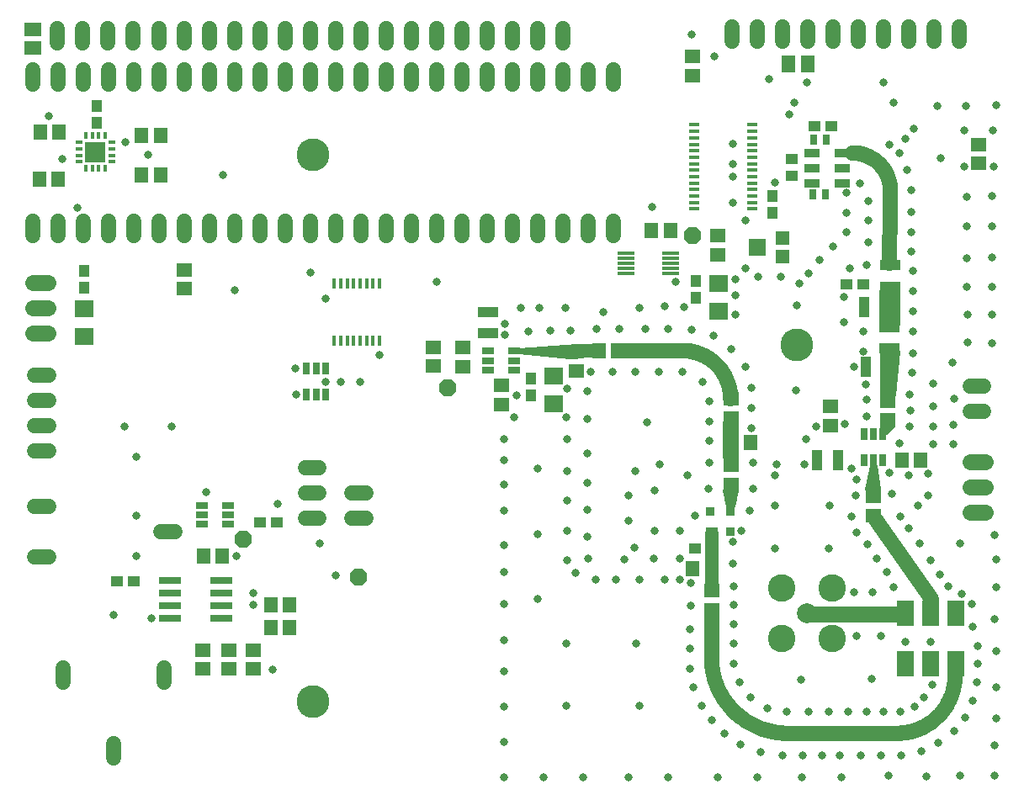
<source format=gbr>
G75*
%MOIN*%
%OFA0B0*%
%FSLAX25Y25*%
%IPPOS*%
%LPD*%
%AMOC8*
5,1,8,0,0,1.08239X$1,22.5*
%
%ADD10C,0.05906*%
%ADD11C,0.06299*%
%ADD12C,0.12998*%
%ADD13C,0.01200*%
%ADD14R,0.04731X0.04337*%
%ADD15R,0.08195X0.04416*%
%ADD16R,0.04416X0.08195*%
%ADD17R,0.06306X0.05518*%
%ADD18R,0.05518X0.06306*%
%ADD19R,0.04337X0.04731*%
%ADD20R,0.07487X0.06699*%
%ADD21C,0.07900*%
%ADD22C,0.10900*%
%ADD23C,0.06000*%
%ADD24R,0.04300X0.01600*%
%ADD25R,0.06000X0.03200*%
%ADD26R,0.02565X0.05124*%
%ADD27R,0.05124X0.02565*%
%ADD28R,0.03700X0.03700*%
%ADD29R,0.05100X0.03700*%
%ADD30R,0.05518X0.06699*%
%ADD31R,0.09061X0.02762*%
%ADD32R,0.06699X0.01581*%
%ADD33R,0.01778X0.03943*%
%ADD34R,0.05400X0.05400*%
%ADD35R,0.07000X0.07000*%
%ADD36C,0.06400*%
%ADD37R,0.02953X0.01575*%
%ADD38R,0.01575X0.02953*%
%ADD39R,0.08268X0.08268*%
%ADD40R,0.06699X0.05518*%
%ADD41R,0.03156X0.03943*%
%ADD42R,0.06896X0.10400*%
%ADD43OC8,0.06700*%
%ADD44C,0.03181*%
%ADD45R,0.04362X0.04362*%
D10*
X0245157Y0184833D02*
X0269567Y0184833D01*
X0270024Y0184827D01*
X0270480Y0184811D01*
X0270936Y0184783D01*
X0271391Y0184745D01*
X0271845Y0184695D01*
X0272298Y0184635D01*
X0272749Y0184563D01*
X0273198Y0184481D01*
X0273645Y0184388D01*
X0274090Y0184284D01*
X0274532Y0184169D01*
X0274971Y0184044D01*
X0275407Y0183908D01*
X0275839Y0183762D01*
X0276268Y0183605D01*
X0276693Y0183438D01*
X0277114Y0183261D01*
X0277531Y0183073D01*
X0277942Y0182876D01*
X0278349Y0182668D01*
X0278751Y0182451D01*
X0279148Y0182225D01*
X0279538Y0181988D01*
X0279923Y0181743D01*
X0280302Y0181488D01*
X0280675Y0181224D01*
X0281041Y0180951D01*
X0281401Y0180669D01*
X0281753Y0180379D01*
X0282099Y0180080D01*
X0282437Y0179773D01*
X0282767Y0179458D01*
X0283090Y0179135D01*
X0283405Y0178805D01*
X0283712Y0178467D01*
X0284011Y0178121D01*
X0284301Y0177769D01*
X0284583Y0177409D01*
X0284856Y0177043D01*
X0285120Y0176670D01*
X0285375Y0176291D01*
X0285620Y0175906D01*
X0285857Y0175516D01*
X0286083Y0175119D01*
X0286300Y0174717D01*
X0286508Y0174310D01*
X0286705Y0173899D01*
X0286893Y0173482D01*
X0287070Y0173061D01*
X0287237Y0172636D01*
X0287394Y0172207D01*
X0287540Y0171775D01*
X0287676Y0171339D01*
X0287801Y0170900D01*
X0287916Y0170458D01*
X0288020Y0170013D01*
X0288113Y0169566D01*
X0288195Y0169117D01*
X0288267Y0168666D01*
X0288327Y0168213D01*
X0288377Y0167759D01*
X0288415Y0167304D01*
X0288443Y0166848D01*
X0288459Y0166392D01*
X0288465Y0165935D01*
X0345945Y0117904D02*
X0367992Y0086407D01*
X0377441Y0058848D02*
X0377441Y0056093D01*
X0377434Y0055541D01*
X0377414Y0054990D01*
X0377381Y0054439D01*
X0377334Y0053889D01*
X0377275Y0053341D01*
X0377201Y0052794D01*
X0377115Y0052249D01*
X0377016Y0051706D01*
X0376903Y0051166D01*
X0376777Y0050628D01*
X0376639Y0050094D01*
X0376488Y0049563D01*
X0376323Y0049037D01*
X0376147Y0048514D01*
X0375957Y0047996D01*
X0375755Y0047482D01*
X0375541Y0046974D01*
X0375314Y0046470D01*
X0375076Y0045973D01*
X0374825Y0045481D01*
X0374563Y0044996D01*
X0374289Y0044517D01*
X0374004Y0044044D01*
X0373707Y0043579D01*
X0373399Y0043121D01*
X0373080Y0042671D01*
X0372750Y0042228D01*
X0372410Y0041794D01*
X0372059Y0041368D01*
X0371698Y0040951D01*
X0371327Y0040542D01*
X0370947Y0040142D01*
X0370557Y0039752D01*
X0370157Y0039372D01*
X0369748Y0039001D01*
X0369331Y0038640D01*
X0368905Y0038289D01*
X0368471Y0037949D01*
X0368028Y0037619D01*
X0367578Y0037300D01*
X0367120Y0036992D01*
X0366655Y0036695D01*
X0366182Y0036410D01*
X0365703Y0036136D01*
X0365218Y0035874D01*
X0364726Y0035623D01*
X0364229Y0035385D01*
X0363725Y0035158D01*
X0363217Y0034944D01*
X0362703Y0034742D01*
X0362185Y0034552D01*
X0361662Y0034376D01*
X0361136Y0034211D01*
X0360605Y0034060D01*
X0360071Y0033922D01*
X0359533Y0033796D01*
X0358993Y0033683D01*
X0358450Y0033584D01*
X0357905Y0033498D01*
X0357358Y0033424D01*
X0356810Y0033365D01*
X0356260Y0033318D01*
X0355709Y0033285D01*
X0355158Y0033265D01*
X0354606Y0033258D01*
X0353425Y0033258D02*
X0318386Y0033258D01*
X0317598Y0033258D02*
X0310906Y0033258D01*
X0310183Y0033267D01*
X0309460Y0033293D01*
X0308739Y0033337D01*
X0308018Y0033398D01*
X0307299Y0033476D01*
X0306583Y0033572D01*
X0305869Y0033685D01*
X0305157Y0033815D01*
X0304450Y0033963D01*
X0303745Y0034127D01*
X0303046Y0034309D01*
X0302350Y0034507D01*
X0301660Y0034722D01*
X0300975Y0034954D01*
X0300296Y0035202D01*
X0299623Y0035467D01*
X0298957Y0035748D01*
X0298297Y0036044D01*
X0297645Y0036357D01*
X0297001Y0036685D01*
X0296365Y0037029D01*
X0295737Y0037388D01*
X0295118Y0037762D01*
X0294509Y0038151D01*
X0293909Y0038554D01*
X0293319Y0038972D01*
X0292739Y0039404D01*
X0292170Y0039850D01*
X0291612Y0040310D01*
X0291065Y0040783D01*
X0290529Y0041269D01*
X0290006Y0041768D01*
X0289495Y0042279D01*
X0288996Y0042802D01*
X0288510Y0043338D01*
X0288037Y0043885D01*
X0287577Y0044443D01*
X0287131Y0045012D01*
X0286699Y0045592D01*
X0286281Y0046182D01*
X0285878Y0046782D01*
X0285489Y0047391D01*
X0285115Y0048010D01*
X0284756Y0048638D01*
X0284412Y0049274D01*
X0284084Y0049918D01*
X0283771Y0050570D01*
X0283475Y0051230D01*
X0283194Y0051896D01*
X0282929Y0052569D01*
X0282681Y0053248D01*
X0282449Y0053933D01*
X0282234Y0054623D01*
X0282036Y0055319D01*
X0281854Y0056018D01*
X0281690Y0056723D01*
X0281542Y0057430D01*
X0281412Y0058142D01*
X0281299Y0058856D01*
X0281203Y0059572D01*
X0281125Y0060291D01*
X0281064Y0061012D01*
X0281020Y0061733D01*
X0280994Y0062456D01*
X0280985Y0063179D01*
X0280984Y0062785D02*
X0280984Y0079715D01*
X0351457Y0219478D02*
X0351850Y0241919D01*
X0351850Y0248219D01*
X0351851Y0248219D02*
X0351847Y0248581D01*
X0351834Y0248942D01*
X0351812Y0249303D01*
X0351781Y0249663D01*
X0351742Y0250022D01*
X0351694Y0250381D01*
X0351637Y0250738D01*
X0351572Y0251093D01*
X0351499Y0251447D01*
X0351416Y0251799D01*
X0351326Y0252149D01*
X0351226Y0252497D01*
X0351119Y0252842D01*
X0351003Y0253185D01*
X0350879Y0253524D01*
X0350746Y0253861D01*
X0350606Y0254194D01*
X0350458Y0254524D01*
X0350301Y0254850D01*
X0350137Y0255172D01*
X0349965Y0255490D01*
X0349786Y0255804D01*
X0349599Y0256113D01*
X0349404Y0256418D01*
X0349203Y0256718D01*
X0348994Y0257013D01*
X0348778Y0257303D01*
X0348555Y0257587D01*
X0348325Y0257866D01*
X0348088Y0258140D01*
X0347845Y0258408D01*
X0347596Y0258669D01*
X0347340Y0258925D01*
X0347079Y0259174D01*
X0346811Y0259417D01*
X0346537Y0259654D01*
X0346258Y0259884D01*
X0345974Y0260107D01*
X0345684Y0260323D01*
X0345389Y0260532D01*
X0345089Y0260733D01*
X0344784Y0260928D01*
X0344475Y0261115D01*
X0344161Y0261294D01*
X0343843Y0261466D01*
X0343521Y0261630D01*
X0343195Y0261787D01*
X0342865Y0261935D01*
X0342532Y0262075D01*
X0342195Y0262208D01*
X0341856Y0262332D01*
X0341513Y0262448D01*
X0341168Y0262555D01*
X0340820Y0262655D01*
X0340470Y0262745D01*
X0340118Y0262828D01*
X0339764Y0262901D01*
X0339409Y0262966D01*
X0339052Y0263023D01*
X0338693Y0263071D01*
X0338334Y0263110D01*
X0337974Y0263141D01*
X0337613Y0263163D01*
X0337252Y0263176D01*
X0336890Y0263180D01*
D11*
X0319961Y0080502D02*
X0355000Y0080502D01*
D12*
X0314843Y0187195D03*
X0123110Y0262392D03*
X0123110Y0045856D03*
D13*
X0279016Y0092707D02*
X0282953Y0092707D01*
X0282953Y0112785D01*
X0279016Y0112785D01*
X0279016Y0092707D01*
X0279016Y0093121D02*
X0282953Y0093121D01*
X0282953Y0094319D02*
X0279016Y0094319D01*
X0279016Y0095518D02*
X0282953Y0095518D01*
X0282953Y0096716D02*
X0279016Y0096716D01*
X0279016Y0097915D02*
X0282953Y0097915D01*
X0282953Y0099113D02*
X0279016Y0099113D01*
X0279016Y0100312D02*
X0282953Y0100312D01*
X0282953Y0101510D02*
X0279016Y0101510D01*
X0279016Y0102709D02*
X0282953Y0102709D01*
X0282953Y0103907D02*
X0279016Y0103907D01*
X0279016Y0105106D02*
X0282953Y0105106D01*
X0282953Y0106304D02*
X0279016Y0106304D01*
X0279016Y0107503D02*
X0282953Y0107503D01*
X0282953Y0108701D02*
X0279016Y0108701D01*
X0279016Y0109900D02*
X0282953Y0109900D01*
X0282953Y0111098D02*
X0279016Y0111098D01*
X0279016Y0112297D02*
X0282953Y0112297D01*
X0287283Y0123022D02*
X0286102Y0129321D01*
X0291220Y0129321D01*
X0289646Y0123022D01*
X0287283Y0123022D01*
X0287272Y0123083D02*
X0289661Y0123083D01*
X0289961Y0124282D02*
X0287047Y0124282D01*
X0286822Y0125480D02*
X0290260Y0125480D01*
X0290560Y0126679D02*
X0286598Y0126679D01*
X0286373Y0127877D02*
X0290860Y0127877D01*
X0291159Y0129076D02*
X0286148Y0129076D01*
X0286102Y0142313D02*
X0286102Y0156486D01*
X0291220Y0156486D01*
X0291220Y0142313D01*
X0286102Y0142313D01*
X0286102Y0143458D02*
X0291220Y0143458D01*
X0291220Y0144656D02*
X0286102Y0144656D01*
X0286102Y0145855D02*
X0291220Y0145855D01*
X0291220Y0147054D02*
X0286102Y0147054D01*
X0286102Y0148252D02*
X0291220Y0148252D01*
X0291220Y0149451D02*
X0286102Y0149451D01*
X0286102Y0150649D02*
X0291220Y0150649D01*
X0291220Y0151848D02*
X0286102Y0151848D01*
X0286102Y0153046D02*
X0291220Y0153046D01*
X0291220Y0154245D02*
X0286102Y0154245D01*
X0286102Y0155443D02*
X0291220Y0155443D01*
X0344370Y0139163D02*
X0342402Y0129715D01*
X0347520Y0129715D01*
X0345945Y0139163D01*
X0344370Y0139163D01*
X0344266Y0138664D02*
X0346028Y0138664D01*
X0346228Y0137465D02*
X0344016Y0137465D01*
X0343767Y0136267D02*
X0346428Y0136267D01*
X0346627Y0135068D02*
X0343517Y0135068D01*
X0343267Y0133870D02*
X0346827Y0133870D01*
X0347027Y0132671D02*
X0343018Y0132671D01*
X0342768Y0131473D02*
X0347227Y0131473D01*
X0347426Y0130274D02*
X0342518Y0130274D01*
X0348307Y0152156D02*
X0350276Y0152156D01*
X0353031Y0154911D01*
X0348307Y0154911D01*
X0348307Y0152156D01*
X0348307Y0153046D02*
X0351166Y0153046D01*
X0352365Y0154245D02*
X0348307Y0154245D01*
X0348307Y0167116D02*
X0353425Y0167116D01*
X0355000Y0184439D01*
X0348307Y0184045D01*
X0348307Y0167116D01*
X0348307Y0167428D02*
X0353454Y0167428D01*
X0353563Y0168627D02*
X0348307Y0168627D01*
X0348307Y0169825D02*
X0353671Y0169825D01*
X0353780Y0171024D02*
X0348307Y0171024D01*
X0348307Y0172222D02*
X0353889Y0172222D01*
X0353998Y0173421D02*
X0348307Y0173421D01*
X0348307Y0174619D02*
X0354107Y0174619D01*
X0354216Y0175818D02*
X0348307Y0175818D01*
X0348307Y0177016D02*
X0354325Y0177016D01*
X0354434Y0178215D02*
X0348307Y0178215D01*
X0348307Y0179413D02*
X0354543Y0179413D01*
X0354652Y0180612D02*
X0348307Y0180612D01*
X0348307Y0181810D02*
X0354761Y0181810D01*
X0354870Y0183009D02*
X0348307Y0183009D01*
X0351063Y0184207D02*
X0354979Y0184207D01*
X0355000Y0195069D02*
X0347913Y0195069D01*
X0347913Y0208455D01*
X0355000Y0208455D01*
X0355000Y0195069D01*
X0355000Y0196192D02*
X0347913Y0196192D01*
X0347913Y0197391D02*
X0355000Y0197391D01*
X0355000Y0198590D02*
X0347913Y0198590D01*
X0347913Y0199788D02*
X0355000Y0199788D01*
X0355000Y0200987D02*
X0347913Y0200987D01*
X0347913Y0202185D02*
X0355000Y0202185D01*
X0355000Y0203384D02*
X0347913Y0203384D01*
X0347913Y0204582D02*
X0355000Y0204582D01*
X0355000Y0205781D02*
X0347913Y0205781D01*
X0347913Y0206979D02*
X0355000Y0206979D01*
X0355000Y0208178D02*
X0347913Y0208178D01*
X0234528Y0186801D02*
X0234528Y0182864D01*
X0227835Y0182864D01*
X0228228Y0186801D01*
X0234528Y0186801D01*
X0234528Y0186604D02*
X0228209Y0186604D01*
X0227835Y0186604D02*
X0224932Y0186604D01*
X0227835Y0186801D02*
X0227835Y0182077D01*
X0224685Y0182077D01*
X0204606Y0184045D01*
X0204606Y0185226D01*
X0227835Y0186801D01*
X0227835Y0185406D02*
X0207254Y0185406D01*
X0204606Y0184207D02*
X0227835Y0184207D01*
X0227969Y0184207D02*
X0234528Y0184207D01*
X0234528Y0183009D02*
X0227849Y0183009D01*
X0227835Y0183009D02*
X0215178Y0183009D01*
X0228089Y0185406D02*
X0234528Y0185406D01*
D14*
X0312802Y0254236D03*
X0312802Y0260929D03*
X0321614Y0273839D03*
X0328307Y0273839D03*
X0334338Y0211158D03*
X0341031Y0211158D03*
X0280935Y0106545D03*
X0274242Y0106545D03*
X0108740Y0116722D03*
X0102047Y0116722D03*
X0052047Y0093494D03*
X0045354Y0093494D03*
D15*
X0192451Y0191726D03*
X0192451Y0200226D03*
X0351501Y0194205D03*
X0351501Y0185705D03*
X0351698Y0210173D03*
X0351698Y0218673D03*
D16*
X0349779Y0202057D03*
X0341279Y0202057D03*
X0342195Y0178307D03*
X0350695Y0178307D03*
X0331157Y0141604D03*
X0322657Y0141604D03*
D17*
X0328150Y0155295D03*
X0328150Y0162776D03*
X0350738Y0164882D03*
X0350738Y0157402D03*
X0344990Y0127047D03*
X0344990Y0119567D03*
X0288583Y0131939D03*
X0288583Y0139419D03*
X0288583Y0158278D03*
X0288583Y0165758D03*
X0227451Y0176850D03*
X0227451Y0184331D03*
X0197904Y0171033D03*
X0197904Y0163553D03*
X0182303Y0178612D03*
X0182303Y0186093D03*
X0170748Y0186211D03*
X0170748Y0178730D03*
X0071929Y0209439D03*
X0071929Y0216919D03*
X0079409Y0066132D03*
X0079409Y0058652D03*
X0089646Y0058652D03*
X0099488Y0058652D03*
X0099488Y0066132D03*
X0089646Y0066132D03*
X0281102Y0082175D03*
X0281102Y0089656D03*
X0283346Y0222825D03*
X0283346Y0230305D03*
X0273248Y0293927D03*
X0273248Y0301407D03*
X0386890Y0266526D03*
X0386890Y0259045D03*
D18*
X0264646Y0232470D03*
X0257165Y0232470D03*
X0243780Y0184911D03*
X0236299Y0184911D03*
X0288789Y0148484D03*
X0296270Y0148484D03*
X0356378Y0141594D03*
X0363858Y0141594D03*
X0280935Y0098415D03*
X0273455Y0098415D03*
X0113858Y0084045D03*
X0106378Y0084045D03*
X0106378Y0074990D03*
X0113858Y0074990D03*
X0087087Y0103337D03*
X0079606Y0103337D03*
X0022126Y0252943D03*
X0014646Y0252943D03*
X0015039Y0271447D03*
X0022520Y0271447D03*
X0055197Y0270266D03*
X0062677Y0270266D03*
X0062677Y0254518D03*
X0055197Y0254518D03*
D19*
X0037283Y0275187D03*
X0037283Y0281880D03*
X0032559Y0216526D03*
X0032559Y0209833D03*
X0209449Y0173917D03*
X0209449Y0167224D03*
X0274685Y0205896D03*
X0274685Y0212589D03*
X0304941Y0239311D03*
X0304941Y0246004D03*
D20*
X0283740Y0211604D03*
X0283740Y0200581D03*
X0218356Y0174902D03*
X0218356Y0163878D03*
X0032559Y0190344D03*
X0032559Y0201368D03*
D21*
X0318730Y0080768D03*
D22*
X0308691Y0090807D03*
X0328769Y0090807D03*
X0328769Y0070729D03*
X0308691Y0070729D03*
D23*
X0043976Y0029050D02*
X0043976Y0023450D01*
X0023976Y0053450D02*
X0023976Y0059050D01*
X0063976Y0059050D02*
X0063976Y0053450D01*
X0018312Y0103258D02*
X0012712Y0103258D01*
X0012712Y0123258D02*
X0018312Y0123258D01*
X0018430Y0145187D02*
X0012830Y0145187D01*
X0012830Y0155187D02*
X0018430Y0155187D01*
X0018430Y0165266D02*
X0012830Y0165266D01*
X0012830Y0175266D02*
X0018430Y0175266D01*
X0022008Y0230379D02*
X0022008Y0235979D01*
X0032008Y0235979D02*
X0032008Y0230379D01*
X0042008Y0230379D02*
X0042008Y0235979D01*
X0052008Y0235979D02*
X0052008Y0230379D01*
X0062008Y0230379D02*
X0062008Y0235979D01*
X0072008Y0235979D02*
X0072008Y0230379D01*
X0082008Y0230379D02*
X0082008Y0235979D01*
X0092008Y0235979D02*
X0092008Y0230379D01*
X0102008Y0230379D02*
X0102008Y0235979D01*
X0112008Y0235979D02*
X0112008Y0230379D01*
X0122008Y0230379D02*
X0122008Y0235979D01*
X0132008Y0235979D02*
X0132008Y0230379D01*
X0142008Y0230379D02*
X0142008Y0235979D01*
X0152008Y0235979D02*
X0152008Y0230379D01*
X0162008Y0230379D02*
X0162008Y0235979D01*
X0172008Y0235979D02*
X0172008Y0230379D01*
X0182008Y0230379D02*
X0182008Y0235979D01*
X0192008Y0235979D02*
X0192008Y0230379D01*
X0202008Y0230379D02*
X0202008Y0235979D01*
X0212008Y0235979D02*
X0212008Y0230379D01*
X0222008Y0230379D02*
X0222008Y0235979D01*
X0232008Y0235979D02*
X0232008Y0230379D01*
X0242008Y0230379D02*
X0242008Y0235979D01*
X0242008Y0290379D02*
X0242008Y0295979D01*
X0232008Y0295979D02*
X0232008Y0290379D01*
X0222008Y0290379D02*
X0222008Y0295979D01*
X0212008Y0295979D02*
X0212008Y0290379D01*
X0202008Y0290379D02*
X0202008Y0295979D01*
X0192008Y0295979D02*
X0192008Y0290379D01*
X0182008Y0290379D02*
X0182008Y0295979D01*
X0172008Y0295979D02*
X0172008Y0290379D01*
X0162008Y0290379D02*
X0162008Y0295979D01*
X0152008Y0295979D02*
X0152008Y0290379D01*
X0142008Y0290379D02*
X0142008Y0295979D01*
X0132008Y0295979D02*
X0132008Y0290379D01*
X0122008Y0290379D02*
X0122008Y0295979D01*
X0112008Y0295979D02*
X0112008Y0290379D01*
X0102008Y0290379D02*
X0102008Y0295979D01*
X0092008Y0295979D02*
X0092008Y0290379D01*
X0082008Y0290379D02*
X0082008Y0295979D01*
X0072008Y0295979D02*
X0072008Y0290379D01*
X0062008Y0290379D02*
X0062008Y0295979D01*
X0052008Y0295979D02*
X0052008Y0290379D01*
X0042008Y0290379D02*
X0042008Y0295979D01*
X0032008Y0295979D02*
X0032008Y0290379D01*
X0022008Y0290379D02*
X0022008Y0295979D01*
X0012008Y0295979D02*
X0012008Y0290379D01*
X0021890Y0306836D02*
X0021890Y0312436D01*
X0031890Y0312436D02*
X0031890Y0306836D01*
X0041890Y0306836D02*
X0041890Y0312436D01*
X0051890Y0312436D02*
X0051890Y0306836D01*
X0061929Y0306836D02*
X0061929Y0312436D01*
X0071929Y0312436D02*
X0071929Y0306836D01*
X0081929Y0306836D02*
X0081929Y0312436D01*
X0091969Y0312436D02*
X0091969Y0306836D01*
X0101969Y0306836D02*
X0101969Y0312436D01*
X0111969Y0312436D02*
X0111969Y0306836D01*
X0121969Y0306836D02*
X0121969Y0312436D01*
X0132126Y0312436D02*
X0132126Y0306836D01*
X0142126Y0306836D02*
X0142126Y0312436D01*
X0152126Y0312436D02*
X0152126Y0306836D01*
X0162126Y0306836D02*
X0162126Y0312436D01*
X0172047Y0312436D02*
X0172047Y0306836D01*
X0182047Y0306836D02*
X0182047Y0312436D01*
X0191969Y0312436D02*
X0191969Y0306836D01*
X0201969Y0306836D02*
X0201969Y0312436D01*
X0211969Y0312436D02*
X0211969Y0306836D01*
X0221969Y0306836D02*
X0221969Y0312436D01*
X0289213Y0313223D02*
X0289213Y0307623D01*
X0299213Y0307623D02*
X0299213Y0313223D01*
X0309213Y0313223D02*
X0309213Y0307623D01*
X0319213Y0307623D02*
X0319213Y0313223D01*
X0329134Y0313223D02*
X0329134Y0307623D01*
X0339134Y0307623D02*
X0339134Y0313223D01*
X0349055Y0313223D02*
X0349055Y0307623D01*
X0359055Y0307623D02*
X0359055Y0313223D01*
X0369055Y0313223D02*
X0369055Y0307623D01*
X0379055Y0307623D02*
X0379055Y0313223D01*
X0383302Y0170935D02*
X0388902Y0170935D01*
X0388902Y0160935D02*
X0383302Y0160935D01*
X0144020Y0128415D02*
X0138420Y0128415D01*
X0138420Y0118415D02*
X0144020Y0118415D01*
X0125517Y0118533D02*
X0119917Y0118533D01*
X0119917Y0128533D02*
X0125517Y0128533D01*
X0125517Y0138533D02*
X0119917Y0138533D01*
X0068312Y0113258D02*
X0062712Y0113258D01*
X0012008Y0230379D02*
X0012008Y0235979D01*
D24*
X0274221Y0241033D03*
X0274221Y0243593D03*
X0274221Y0246152D03*
X0274221Y0248711D03*
X0274221Y0251270D03*
X0274221Y0253829D03*
X0274221Y0256388D03*
X0274221Y0258947D03*
X0274221Y0261506D03*
X0274221Y0264065D03*
X0274221Y0266624D03*
X0274221Y0269183D03*
X0274221Y0271742D03*
X0274221Y0274301D03*
X0297196Y0274301D03*
X0297196Y0271742D03*
X0297196Y0269183D03*
X0297196Y0266624D03*
X0297196Y0264065D03*
X0297196Y0261506D03*
X0297196Y0258947D03*
X0297196Y0256388D03*
X0297196Y0253829D03*
X0297196Y0251270D03*
X0297196Y0248711D03*
X0297196Y0246152D03*
X0297196Y0243593D03*
X0297196Y0241033D03*
D25*
X0320654Y0251274D03*
X0320654Y0257274D03*
X0320654Y0263274D03*
X0332654Y0263274D03*
X0332654Y0257274D03*
X0332654Y0251274D03*
D26*
X0341417Y0151762D03*
X0345157Y0151762D03*
X0348898Y0151762D03*
X0348898Y0141525D03*
X0345157Y0141526D03*
X0341417Y0141525D03*
X0128031Y0167509D03*
X0124291Y0167509D03*
X0120551Y0167509D03*
X0120551Y0177746D03*
X0124291Y0177746D03*
X0128031Y0177746D03*
D27*
X0192401Y0177156D03*
X0192401Y0180896D03*
X0192401Y0184636D03*
X0202638Y0184636D03*
X0202637Y0180896D03*
X0202638Y0177156D03*
X0089252Y0123612D03*
X0089252Y0119872D03*
X0089252Y0116132D03*
X0079015Y0116132D03*
X0079015Y0119872D03*
X0079015Y0123612D03*
D28*
X0280409Y0121216D03*
X0288309Y0121216D03*
X0288309Y0113016D03*
D29*
X0281209Y0113016D03*
D30*
X0311496Y0298612D03*
X0318976Y0298612D03*
D31*
X0086890Y0093907D03*
X0086890Y0088907D03*
X0086890Y0083907D03*
X0086890Y0078907D03*
X0066417Y0078907D03*
X0066417Y0083907D03*
X0066417Y0088907D03*
X0066417Y0093907D03*
D32*
X0246929Y0215541D03*
X0246929Y0217510D03*
X0246929Y0219478D03*
X0246929Y0221447D03*
X0246929Y0223415D03*
X0264646Y0223415D03*
X0264646Y0221447D03*
X0264646Y0219478D03*
X0264646Y0217510D03*
X0264646Y0215541D03*
D33*
X0149390Y0211506D03*
X0146831Y0211506D03*
X0144272Y0211506D03*
X0141713Y0211506D03*
X0139154Y0211506D03*
X0136594Y0211506D03*
X0134035Y0211506D03*
X0131476Y0211506D03*
X0131476Y0188868D03*
X0134035Y0188868D03*
X0136594Y0188868D03*
X0139154Y0188868D03*
X0141713Y0188868D03*
X0144272Y0188868D03*
X0146831Y0188868D03*
X0149390Y0188868D03*
D34*
X0309075Y0222096D03*
X0309075Y0229596D03*
D35*
X0299075Y0225846D03*
D36*
X0383339Y0140896D02*
X0389339Y0140896D01*
X0389339Y0130896D02*
X0383339Y0130896D01*
X0383339Y0120896D02*
X0389339Y0120896D01*
X0018000Y0191762D02*
X0012000Y0191762D01*
X0012000Y0201762D02*
X0018000Y0201762D01*
X0018000Y0211762D02*
X0012000Y0211762D01*
D37*
X0030295Y0259734D03*
X0030295Y0262293D03*
X0030295Y0264852D03*
X0030295Y0267411D03*
X0043484Y0267411D03*
X0043484Y0264852D03*
X0043484Y0262293D03*
X0043484Y0259734D03*
D38*
X0040728Y0256978D03*
X0038169Y0256978D03*
X0035610Y0256978D03*
X0033051Y0256978D03*
X0033051Y0270167D03*
X0035610Y0270167D03*
X0038169Y0270167D03*
X0040728Y0270167D03*
D39*
X0036890Y0263573D03*
D40*
X0012087Y0304715D03*
X0012087Y0312195D03*
D41*
X0320945Y0246644D03*
X0326063Y0246644D03*
X0326457Y0268297D03*
X0321339Y0268297D03*
D42*
X0357598Y0080659D03*
X0367598Y0080659D03*
X0377598Y0080659D03*
X0377598Y0060659D03*
X0367598Y0060659D03*
X0357598Y0060659D03*
D43*
X0176260Y0170266D03*
X0095551Y0110030D03*
X0141220Y0095069D03*
X0273504Y0230502D03*
D44*
X0257362Y0241919D03*
X0289252Y0243494D03*
X0294370Y0236407D03*
X0294370Y0217510D03*
X0290433Y0213179D03*
X0290433Y0206880D03*
X0290433Y0199006D03*
X0281772Y0190738D03*
X0288858Y0185620D03*
X0294370Y0178533D03*
X0296732Y0170266D03*
X0296732Y0161998D03*
X0296732Y0154124D03*
X0297520Y0140344D03*
X0306575Y0139951D03*
X0306181Y0135620D03*
X0297520Y0130108D03*
X0306181Y0123415D03*
X0295945Y0121447D03*
X0292795Y0113573D03*
X0289252Y0109242D03*
X0289252Y0100581D03*
X0289646Y0091526D03*
X0289646Y0084045D03*
X0289646Y0076565D03*
X0289646Y0068691D03*
X0289646Y0060817D03*
X0292008Y0053337D03*
X0296339Y0047431D03*
X0303031Y0043100D03*
X0310906Y0041919D03*
X0319567Y0041919D03*
X0327441Y0041919D03*
X0334921Y0041919D03*
X0342402Y0041919D03*
X0349094Y0041919D03*
X0355787Y0041919D03*
X0361299Y0043888D03*
X0365236Y0047431D03*
X0368386Y0052549D03*
X0384528Y0046250D03*
X0386102Y0053337D03*
X0386496Y0060817D03*
X0386496Y0067904D03*
X0393583Y0065935D03*
X0393189Y0078533D03*
X0384528Y0075384D03*
X0384134Y0084439D03*
X0380197Y0088376D03*
X0374685Y0091526D03*
X0371535Y0096250D03*
X0367598Y0101762D03*
X0363268Y0108455D03*
X0358937Y0114360D03*
X0355787Y0119085D03*
X0362874Y0123415D03*
X0366811Y0127352D03*
X0366811Y0136014D03*
X0358937Y0135620D03*
X0351457Y0136407D03*
X0352244Y0128140D03*
X0338071Y0127352D03*
X0338465Y0133652D03*
X0336496Y0137982D03*
X0327835Y0123415D03*
X0336496Y0119085D03*
X0338465Y0112785D03*
X0342795Y0108061D03*
X0346339Y0102549D03*
X0350276Y0097037D03*
X0353031Y0091132D03*
X0344764Y0089163D03*
X0337283Y0089163D03*
X0327441Y0106486D03*
X0306181Y0106486D03*
X0279803Y0130108D03*
X0271535Y0135620D03*
X0280197Y0140344D03*
X0280197Y0149006D03*
X0280197Y0156880D03*
X0280197Y0164754D03*
X0277441Y0172628D03*
X0269567Y0176565D03*
X0260118Y0176565D03*
X0250669Y0176565D03*
X0241614Y0176565D03*
X0232953Y0176565D03*
X0231772Y0168691D03*
X0223898Y0169872D03*
X0223504Y0158455D03*
X0231772Y0157667D03*
X0223898Y0149793D03*
X0231772Y0144281D03*
X0223898Y0137195D03*
X0231772Y0132470D03*
X0223898Y0125384D03*
X0231772Y0121841D03*
X0223898Y0113573D03*
X0231772Y0111211D03*
X0232165Y0102549D03*
X0227047Y0096644D03*
X0223898Y0101762D03*
X0234921Y0094281D03*
X0243189Y0094281D03*
X0252244Y0094281D03*
X0246339Y0102156D03*
X0250276Y0106880D03*
X0258150Y0102549D03*
X0268386Y0102549D03*
X0268386Y0094281D03*
X0272717Y0092707D03*
X0262480Y0094281D03*
X0272717Y0083652D03*
X0272323Y0074596D03*
X0272323Y0066722D03*
X0272323Y0058848D03*
X0273898Y0051368D03*
X0277047Y0044281D03*
X0280984Y0038376D03*
X0286102Y0033258D03*
X0292402Y0028927D03*
X0300276Y0025778D03*
X0308937Y0024596D03*
X0317205Y0024596D03*
X0324685Y0024596D03*
X0331772Y0024596D03*
X0340039Y0024596D03*
X0347913Y0024596D03*
X0356181Y0024596D03*
X0364055Y0026171D03*
X0370748Y0029321D03*
X0377047Y0034045D03*
X0381378Y0039557D03*
X0393583Y0038967D03*
X0393189Y0028337D03*
X0393189Y0016526D03*
X0379409Y0016526D03*
X0366024Y0016132D03*
X0351063Y0016329D03*
X0332559Y0015935D03*
X0316811Y0015935D03*
X0299094Y0015935D03*
X0283346Y0015935D03*
X0263661Y0015935D03*
X0247913Y0015935D03*
X0230197Y0015935D03*
X0214449Y0015935D03*
X0198701Y0015935D03*
X0198701Y0029715D03*
X0198701Y0043888D03*
X0198701Y0057667D03*
X0198701Y0070266D03*
X0198701Y0084439D03*
X0212087Y0086407D03*
X0198701Y0097037D03*
X0198701Y0107667D03*
X0212087Y0111998D03*
X0198701Y0121447D03*
X0198701Y0131683D03*
X0198701Y0141526D03*
X0198701Y0149793D03*
X0202638Y0158455D03*
X0203819Y0167116D03*
X0199094Y0191132D03*
X0199094Y0195463D03*
X0205394Y0201762D03*
X0212874Y0201762D03*
X0223110Y0201762D03*
X0225079Y0192707D03*
X0217205Y0192707D03*
X0208543Y0192313D03*
X0235512Y0193494D03*
X0238071Y0199990D03*
X0244567Y0193494D03*
X0254606Y0193494D03*
X0263661Y0193494D03*
X0262480Y0202549D03*
X0269961Y0202156D03*
X0273110Y0193100D03*
X0266811Y0211998D03*
X0252441Y0201762D03*
X0299488Y0213967D03*
X0308543Y0213967D03*
X0315630Y0211604D03*
X0319567Y0215541D03*
X0323898Y0220659D03*
X0329016Y0226171D03*
X0334528Y0231683D03*
X0334528Y0239557D03*
X0343189Y0236407D03*
X0343189Y0227746D03*
X0342402Y0218691D03*
X0335709Y0217510D03*
X0333346Y0206093D03*
X0333346Y0196250D03*
X0341220Y0192313D03*
X0341220Y0184439D03*
X0337283Y0178533D03*
X0342008Y0171447D03*
X0342402Y0165541D03*
X0342402Y0158848D03*
X0333740Y0155699D03*
X0322323Y0154911D03*
X0318386Y0149793D03*
X0317598Y0139951D03*
X0314449Y0169085D03*
X0314843Y0202943D03*
X0360906Y0200581D03*
X0360906Y0192313D03*
X0360906Y0183652D03*
X0360512Y0176171D03*
X0368780Y0171841D03*
X0377047Y0165935D03*
X0368780Y0162785D03*
X0368780Y0154911D03*
X0376654Y0155305D03*
X0376654Y0147825D03*
X0368780Y0147825D03*
X0359331Y0154911D03*
X0359724Y0161211D03*
X0359331Y0167510D03*
X0376260Y0180108D03*
X0382559Y0187982D03*
X0392008Y0187785D03*
X0392008Y0199203D03*
X0382559Y0199006D03*
X0382165Y0210030D03*
X0392008Y0210226D03*
X0392008Y0221644D03*
X0382165Y0221447D03*
X0382165Y0234045D03*
X0392008Y0234242D03*
X0392008Y0246053D03*
X0382165Y0245856D03*
X0380984Y0257667D03*
X0371732Y0261014D03*
X0358543Y0256486D03*
X0355394Y0262982D03*
X0351457Y0266526D03*
X0357756Y0268888D03*
X0361102Y0272825D03*
X0370354Y0281880D03*
X0381772Y0281880D03*
X0380984Y0272234D03*
X0392402Y0272037D03*
X0393583Y0282077D03*
X0392795Y0257864D03*
X0360118Y0248415D03*
X0360118Y0239951D03*
X0360118Y0231683D03*
X0360118Y0224203D03*
X0360906Y0216329D03*
X0360906Y0208455D03*
X0343189Y0244281D03*
X0339843Y0251171D03*
X0334528Y0247431D03*
X0306181Y0251368D03*
X0289252Y0253730D03*
X0289252Y0258848D03*
X0289252Y0266722D03*
X0311693Y0278533D03*
X0313661Y0283258D03*
X0318780Y0291132D03*
X0303819Y0292313D03*
X0282165Y0301368D03*
X0273110Y0310030D03*
X0349094Y0291132D03*
X0353031Y0283258D03*
X0255394Y0156486D03*
X0260512Y0139951D03*
X0250669Y0137195D03*
X0258543Y0129321D03*
X0247913Y0127352D03*
X0247913Y0117510D03*
X0258543Y0113573D03*
X0268386Y0113573D03*
X0274291Y0119478D03*
X0251063Y0068691D03*
X0252244Y0044281D03*
X0223504Y0044281D03*
X0223504Y0068691D03*
X0212087Y0137982D03*
X0149488Y0183258D03*
X0141614Y0172628D03*
X0134134Y0172628D03*
X0128228Y0172628D03*
X0116417Y0167510D03*
X0116024Y0177746D03*
X0128228Y0205305D03*
X0121929Y0215935D03*
X0092008Y0208848D03*
X0087283Y0254518D03*
X0057756Y0262392D03*
X0048701Y0267510D03*
X0023898Y0260817D03*
X0018386Y0277746D03*
X0029803Y0241526D03*
X0048307Y0154911D03*
X0053031Y0142707D03*
X0067205Y0154911D03*
X0080591Y0128927D03*
X0108937Y0124203D03*
X0125866Y0108455D03*
X0132165Y0095856D03*
X0099488Y0088770D03*
X0099488Y0084045D03*
X0092795Y0103337D03*
X0058937Y0078927D03*
X0043976Y0080108D03*
X0053031Y0103337D03*
X0053031Y0119478D03*
X0106969Y0058455D03*
X0171929Y0211998D03*
X0338465Y0071841D03*
X0347913Y0071841D03*
X0357756Y0069478D03*
X0367598Y0069478D03*
X0344370Y0054911D03*
X0316417Y0054518D03*
X0379409Y0108455D03*
X0393189Y0111801D03*
X0393583Y0102156D03*
X0393583Y0091132D03*
X0393583Y0051565D03*
X0355394Y0148219D03*
D45*
X0036890Y0263573D03*
M02*

</source>
